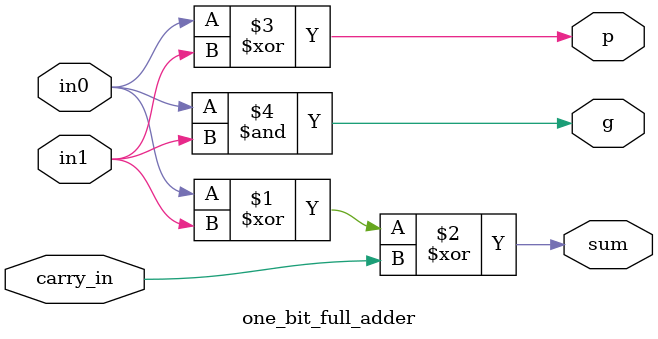
<source format=v>
module one_bit_full_adder(
    input in0,
    input in1,
    input carry_in,
    output sum,
    output g,
    output p
);

assign sum=in0 ^ in1 ^ carry_in;
assign p=in0 ^ in1;
assign g=in0 & in1;


endmodule
</source>
